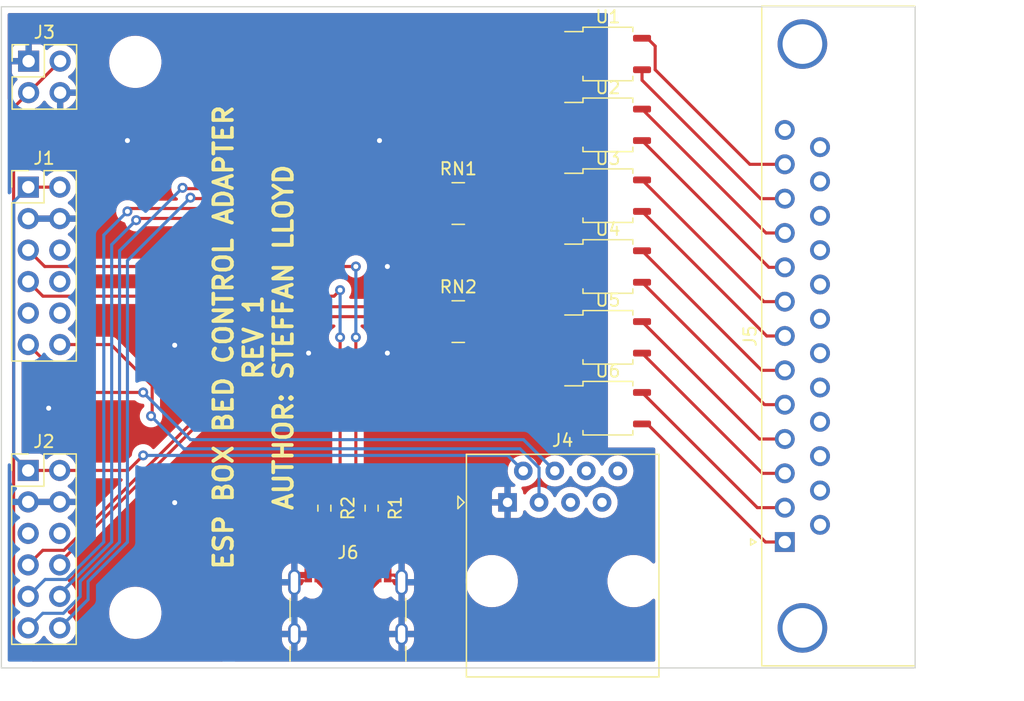
<source format=kicad_pcb>
(kicad_pcb (version 20211014) (generator pcbnew)
  (layers (0 "F.Cu" signal) (31 "B.Cu" signal) (34 "B.Paste" user) (35 "F.Paste" user) (36 "B.SilkS" user "B.Silkscreen") (37 "F.SilkS" user "F.Silkscreen") (38 "B.Mask" user) (39 "F.Mask" user) (44 "Edge.Cuts" user))
  (net 0 "")
  (net 1 "/G42")
  (net 2 "/G21")
  (net 3 "/G19")
  (net 4 "/G20")
  (net 5 "GND")
  (net 6 "/3V3")
  (net 7 "/G38")
  (net 8 "/G39")
  (net 9 "/G40")
  (net 10 "/G41")
  (net 11 "/G10")
  (net 12 "/G11")
  (net 13 "/G13")
  (net 14 "/G12")
  (net 15 "/G9")
  (net 16 "/G43")
  (net 17 "/G44")
  (net 18 "/G14")
  (net 19 "VCC")
  (net 24 "Net-(J6-PadA5)")
  (net 25 "Net-(J6-PadB5)")
  (net 26 "Net-(RN1-Pad5)")
  (net 27 "/DB11")
  (net 28 "/DB12")
  (net 29 "/DB9")
  (net 30 "/DB10")
  (net 31 "/DB7")
  (net 32 "/DB8")
  (net 33 "/DB5")
  (net 34 "/DB6")
  (net 35 "/DB3")
  (net 36 "/DB4")
  (net 37 "/DB1")
  (net 38 "/DB2")
  (net 52 "Net-(RN1-Pad6)")
  (net 53 "Net-(RN1-Pad7)")
  (net 54 "Net-(RN1-Pad8)")
  (net 59 "Net-(RN2-Pad7)")
  (net 60 "Net-(RN2-Pad8)")
  (footprint "Package_SO:SOP-4_3.8x4.1mm_P2.54mm" (layer "F.Cu") (at 148.59 122.555)
    (fp_text reference "U5" (at 0 -3) (layer "F.SilkS"))
    (fp_text value "CPC1017N")
    (fp_line (start -2.01 -2.16) (end -2.01 -1.805) (layer "F.SilkS") (width 0.12))
    (fp_line (start 2.01 2.16) (end 2.01 1.805) (layer "F.SilkS") (width 0.12))
    (fp_line (start 0 -2.16) (end -2.01 -2.16) (layer "F.SilkS") (width 0.12))
    (fp_line (start 0 -2.16) (end 2.01 -2.16) (layer "F.SilkS") (width 0.12))
    (fp_line (start -2.01 2.16) (end -2.01 1.805) (layer "F.SilkS") (width 0.12))
    (fp_line (start 2.01 -2.16) (end 2.01 -1.805) (layer "F.SilkS") (width 0.12))
    (fp_line (start -2.01 -1.805) (end -3.475 -1.805) (layer "F.SilkS") (width 0.12))
    (fp_line (start 0 2.16) (end -2.01 2.16) (layer "F.SilkS") (width 0.12))
    (fp_line (start 0 2.16) (end 2.01 2.16) (layer "F.SilkS") (width 0.12))
    (pad "1" smd roundrect (at -2.75 -1.27) (size 1.45 0.55) (layers "F.Cu" "F.Paste" "F.Mask") (net 60 "Net-(RN2-Pad8)"))
    (pad "2" smd roundrect (at -2.75 1.27) (size 1.45 0.55) (layers "F.Cu" "F.Paste" "F.Mask") (net 5 "GND"))
    (pad "3" smd roundrect (at 2.75 1.27) (size 1.45 0.55) (layers "F.Cu" "F.Paste" "F.Mask") (net 35 "/DB3"))
    (pad "4" smd roundrect (at 2.75 -1.27) (size 1.45 0.55) (layers "F.Cu" "F.Paste" "F.Mask") (net 36 "/DB4"))
  )
  (footprint "Package_SO:SOP-4_3.8x4.1mm_P2.54mm" (layer "F.Cu") (at 148.59 111.125)
    (fp_text reference "U3" (at 0 -3) (layer "F.SilkS"))
    (fp_text value "CPC1017N")
    (fp_line (start -2.01 -2.16) (end -2.01 -1.805) (layer "F.SilkS") (width 0.12))
    (fp_line (start 0 2.16) (end 2.01 2.16) (layer "F.SilkS") (width 0.12))
    (fp_line (start -2.01 -1.805) (end -3.475 -1.805) (layer "F.SilkS") (width 0.12))
    (fp_line (start 0 -2.16) (end -2.01 -2.16) (layer "F.SilkS") (width 0.12))
    (fp_line (start -2.01 2.16) (end -2.01 1.805) (layer "F.SilkS") (width 0.12))
    (fp_line (start 2.01 2.16) (end 2.01 1.805) (layer "F.SilkS") (width 0.12))
    (fp_line (start 0 -2.16) (end 2.01 -2.16) (layer "F.SilkS") (width 0.12))
    (fp_line (start 0 2.16) (end -2.01 2.16) (layer "F.SilkS") (width 0.12))
    (fp_line (start 2.01 -2.16) (end 2.01 -1.805) (layer "F.SilkS") (width 0.12))
    (pad "1" smd roundrect (at -2.75 -1.27) (size 1.45 0.55) (layers "F.Cu" "F.Paste" "F.Mask") (net 52 "Net-(RN1-Pad6)"))
    (pad "2" smd roundrect (at -2.75 1.27) (size 1.45 0.55) (layers "F.Cu" "F.Paste" "F.Mask") (net 5 "GND"))
    (pad "3" smd roundrect (at 2.75 1.27) (size 1.45 0.55) (layers "F.Cu" "F.Paste" "F.Mask") (net 31 "/DB7"))
    (pad "4" smd roundrect (at 2.75 -1.27) (size 1.45 0.55) (layers "F.Cu" "F.Paste" "F.Mask") (net 32 "/DB8"))
  )
  (footprint "Package_SO:SOP-4_3.8x4.1mm_P2.54mm" (layer "F.Cu") (at 148.59 116.84)
    (fp_text reference "U4" (at 0 -3) (layer "F.SilkS"))
    (fp_text value "CPC1017N")
    (fp_line (start -2.01 2.16) (end -2.01 1.805) (layer "F.SilkS") (width 0.12))
    (fp_line (start -2.01 -2.16) (end -2.01 -1.805) (layer "F.SilkS") (width 0.12))
    (fp_line (start 0 -2.16) (end -2.01 -2.16) (layer "F.SilkS") (width 0.12))
    (fp_line (start -2.01 -1.805) (end -3.475 -1.805) (layer "F.SilkS") (width 0.12))
    (fp_line (start 2.01 -2.16) (end 2.01 -1.805) (layer "F.SilkS") (width 0.12))
    (fp_line (start 0 2.16) (end -2.01 2.16) (layer "F.SilkS") (width 0.12))
    (fp_line (start 2.01 2.16) (end 2.01 1.805) (layer "F.SilkS") (width 0.12))
    (fp_line (start 0 2.16) (end 2.01 2.16) (layer "F.SilkS") (width 0.12))
    (fp_line (start 0 -2.16) (end 2.01 -2.16) (layer "F.SilkS") (width 0.12))
    (pad "1" smd roundrect (at -2.75 -1.27) (size 1.45 0.55) (layers "F.Cu" "F.Paste" "F.Mask") (net 26 "Net-(RN1-Pad5)"))
    (pad "2" smd roundrect (at -2.75 1.27) (size 1.45 0.55) (layers "F.Cu" "F.Paste" "F.Mask") (net 5 "GND"))
    (pad "3" smd roundrect (at 2.75 1.27) (size 1.45 0.55) (layers "F.Cu" "F.Paste" "F.Mask") (net 33 "/DB5"))
    (pad "4" smd roundrect (at 2.75 -1.27) (size 1.45 0.55) (layers "F.Cu" "F.Paste" "F.Mask") (net 34 "/DB6"))
  )
  (footprint "Connector_Dsub:DSUB-25_Male_Horizontal_P2.77x2.84mm_EdgePinOffset7.70mm_Housed_MountingHolesOffset9.12mm" (layer "F.Cu") (at 162.849669 139.065 90)
    (fp_text reference "J5" (at 16.62 -2.8 90) (layer "F.SilkS"))
    (fp_text value "DB25_Male")
    (fp_line (start -9.99 -1.86) (end 43.23 -1.86) (layer "F.SilkS") (width 0.12))
    (fp_line (start -9.99 10.48) (end -9.99 -1.86) (layer "F.SilkS") (width 0.12))
    (fp_line (start -0.25 -2.754338) (end 0.25 -2.754338) (layer "F.SilkS") (width 0.12))
    (fp_line (start 0 -2.321325) (end -0.25 -2.754338) (layer "F.SilkS") (width 0.12))
    (fp_line (start 43.23 -1.86) (end 43.23 10.48) (layer "F.SilkS") (width 0.12))
    (fp_line (start 0.25 -2.754338) (end 0 -2.321325) (layer "F.SilkS") (width 0.12))
    (pad "0" thru_hole circle (at -6.93 1.42 90) (size 4 4) (drill 3.2) (layers *.Cu *.Mask))
    (pad "0" thru_hole circle (at 40.17 1.42 90) (size 4 4) (drill 3.2) (layers *.Cu *.Mask))
    (pad "1" thru_hole rect (at 0 0 90) (size 1.6 1.6) (drill 1) (layers *.Cu *.Mask) (net 37 "/DB1"))
    (pad "2" thru_hole circle (at 2.77 0 90) (size 1.6 1.6) (drill 1) (layers *.Cu *.Mask) (net 38 "/DB2"))
    (pad "3" thru_hole circle (at 5.54 0 90) (size 1.6 1.6) (drill 1) (layers *.Cu *.Mask) (net 35 "/DB3"))
    (pad "4" thru_hole circle (at 8.31 0 90) (size 1.6 1.6) (drill 1) (layers *.Cu *.Mask) (net 36 "/DB4"))
    (pad "5" thru_hole circle (at 11.08 0 90) (size 1.6 1.6) (drill 1) (layers *.Cu *.Mask) (net 33 "/DB5"))
    (pad "6" thru_hole circle (at 13.85 0 90) (size 1.6 1.6) (drill 1) (layers *.Cu *.Mask) (net 34 "/DB6"))
    (pad "7" thru_hole circle (at 16.62 0 90) (size 1.6 1.6) (drill 1) (layers *.Cu *.Mask) (net 31 "/DB7"))
    (pad "8" thru_hole circle (at 19.39 0 90) (size 1.6 1.6) (drill 1) (layers *.Cu *.Mask) (net 32 "/DB8"))
    (pad "9" thru_hole circle (at 22.16 0 90) (size 1.6 1.6) (drill 1) (layers *.Cu *.Mask) (net 29 "/DB9"))
    (pad "10" thru_hole circle (at 24.93 0 90) (size 1.6 1.6) (drill 1) (layers *.Cu *.Mask) (net 30 "/DB10"))
    (pad "11" thru_hole circle (at 27.7 0 90) (size 1.6 1.6) (drill 1) (layers *.Cu *.Mask) (net 27 "/DB11"))
    (pad "12" thru_hole circle (at 30.47 0 90) (size 1.6 1.6) (drill 1) (layers *.Cu *.Mask) (net 28 "/DB12"))
    (pad "13" thru_hole circle (at 33.24 0 90) (size 1.6 1.6) (drill 1) (layers *.Cu *.Mask))
    (pad "14" thru_hole circle (at 1.385 2.84 90) (size 1.6 1.6) (drill 1) (layers *.Cu *.Mask))
    (pad "15" thru_hole circle (at 4.155 2.84 90) (size 1.6 1.6) (drill 1) (layers *.Cu *.Mask))
    (pad "16" thru_hole circle (at 6.925 2.84 90) (size 1.6 1.6) (drill 1) (layers *.Cu *.Mask))
    (pad "17" thru_hole circle (at 9.695 2.84 90) (size 1.6 1.6) (drill 1) (layers *.Cu *.Mask))
    (pad "18" thru_hole circle (at 12.465 2.84 90) (size 1.6 1.6) (drill 1) (layers *.Cu *.Mask))
    (pad "19" thru_hole circle (at 15.235 2.84 90) (size 1.6 1.6) (drill 1) (layers *.Cu *.Mask))
    (pad "20" thru_hole circle (at 18.005 2.84 90) (size 1.6 1.6) (drill 1) (layers *.Cu *.Mask))
    (pad "21" thru_hole circle (at 20.775 2.84 90) (size 1.6 1.6) (drill 1) (layers *.Cu *.Mask))
    (pad "22" thru_hole circle (at 23.545 2.84 90) (size 1.6 1.6) (drill 1) (layers *.Cu *.Mask))
    (pad "23" thru_hole circle (at 26.315 2.84 90) (size 1.6 1.6) (drill 1) (layers *.Cu *.Mask))
    (pad "24" thru_hole circle (at 29.085 2.84 90) (size 1.6 1.6) (drill 1) (layers *.Cu *.Mask))
    (pad "25" thru_hole circle (at 31.855 2.84 90) (size 1.6 1.6) (drill 1) (layers *.Cu *.Mask))
  )
  (footprint "Connector_RJ:RJ45_Amphenol_54602-x08_Horizontal" (layer "F.Cu") (at 140.4975 135.87)
    (fp_text reference "J4" (at 4.445 -5) (layer "F.SilkS"))
    (fp_text value "ACCEL")
    (fp_line (start -3.315 -3.88) (end -3.315 14.08) (layer "F.SilkS") (width 0.12))
    (fp_line (start 12.205 -3.88) (end 12.205 14.08) (layer "F.SilkS") (width 0.12))
    (fp_line (start -4 0.5) (end -3.5 0) (layer "F.SilkS") (width 0.12))
    (fp_line (start 12.205 -3.88) (end -3.315 -3.88) (layer "F.SilkS") (width 0.12))
    (fp_line (start -3.315 14.08) (end 12.205 14.08) (layer "F.SilkS") (width 0.12))
    (fp_line (start -3.5 0) (end -4 -0.5) (layer "F.SilkS") (width 0.12))
    (fp_line (start -4 -0.5) (end -4 0.5) (layer "F.SilkS") (width 0.12))
    (pad "" np_thru_hole circle (at 10.16 6.35) (size 3.2 3.2) (drill 3.2) (layers *.Cu *.Mask))
    (pad "" np_thru_hole circle (at -1.27 6.35) (size 3.2 3.2) (drill 3.2) (layers *.Cu *.Mask))
    (pad "1" thru_hole rect (at 0 0) (size 1.5 1.5) (drill 0.76) (layers *.Cu *.Mask) (net 5 "GND"))
    (pad "2" thru_hole circle (at 1.27 -2.54) (size 1.5 1.5) (drill 0.76) (layers *.Cu *.Mask) (net 6 "/3V3"))
    (pad "3" thru_hole circle (at 2.54 0) (size 1.5 1.5) (drill 0.76) (layers *.Cu *.Mask) (net 7 "/G38"))
    (pad "4" thru_hole circle (at 3.81 -2.54) (size 1.5 1.5) (drill 0.76) (layers *.Cu *.Mask) (net 1 "/G42"))
    (pad "5" thru_hole circle (at 5.08 0) (size 1.5 1.5) (drill 0.76) (layers *.Cu *.Mask))
    (pad "6" thru_hole circle (at 6.35 -2.54) (size 1.5 1.5) (drill 0.76) (layers *.Cu *.Mask))
    (pad "7" thru_hole circle (at 7.62 0) (size 1.5 1.5) (drill 0.76) (layers *.Cu *.Mask))
    (pad "8" thru_hole circle (at 8.89 -2.54) (size 1.5 1.5) (drill 0.76) (layers *.Cu *.Mask))
  )
  (footprint "MountingHole:MountingHole_3.2mm_M3" (layer "F.Cu") (at 110.49 144.78)
    (fp_text reference "REF**" hide)
    (fp_text value "MountingHole_3.2mm_M3")
    (pad "" np_thru_hole circle (at 0 0) (size 3.2 3.2) (drill 3.2) (layers *.Cu *.Mask))
  )
  (footprint "Resistor_SMD:R_0603_1608Metric" (layer "F.Cu") (at 129.54 136.335 90)
    (fp_text reference "R1" (at 0 1.905 90) (layer "F.SilkS"))
    (fp_text value "5.1k")
    (fp_line (start -0.237258 0.5225) (end 0.237258 0.5225) (layer "F.SilkS") (width 0.12))
    (fp_line (start -0.237258 -0.5225) (end 0.237258 -0.5225) (layer "F.SilkS") (width 0.12))
    (pad "1" smd roundrect (at -0.825 0 90) (size 0.8 0.95) (layers "F.Cu" "F.Paste" "F.Mask") (net 25 "Net-(J6-PadB5)"))
    (pad "2" smd roundrect (at 0.825 0 90) (size 0.8 0.95) (layers "F.Cu" "F.Paste" "F.Mask") (net 5 "GND"))
  )
  (footprint "Package_SO:SOP-4_3.8x4.1mm_P2.54mm" (layer "F.Cu") (at 148.59 128.27)
    (fp_text reference "U6" (at 0 -3) (layer "F.SilkS"))
    (fp_text value "CPC1017N")
    (fp_line (start 2.01 -2.16) (end 2.01 -1.805) (layer "F.SilkS") (width 0.12))
    (fp_line (start 0 2.16) (end -2.01 2.16) (layer "F.SilkS") (width 0.12))
    (fp_line (start -2.01 2.16) (end -2.01 1.805) (layer "F.SilkS") (width 0.12))
    (fp_line (start 2.01 2.16) (end 2.01 1.805) (layer "F.SilkS") (width 0.12))
    (fp_line (start 0 -2.16) (end -2.01 -2.16) (layer "F.SilkS") (width 0.12))
    (fp_line (start 0 -2.16) (end 2.01 -2.16) (layer "F.SilkS") (width 0.12))
    (fp_line (start -2.01 -2.16) (end -2.01 -1.805) (layer "F.SilkS") (width 0.12))
    (fp_line (start -2.01 -1.805) (end -3.475 -1.805) (layer "F.SilkS") (width 0.12))
    (fp_line (start 0 2.16) (end 2.01 2.16) (layer "F.SilkS") (width 0.12))
    (pad "1" smd roundrect (at -2.75 -1.27) (size 1.45 0.55) (layers "F.Cu" "F.Paste" "F.Mask") (net 59 "Net-(RN2-Pad7)"))
    (pad "2" smd roundrect (at -2.75 1.27) (size 1.45 0.55) (layers "F.Cu" "F.Paste" "F.Mask") (net 5 "GND"))
    (pad "3" smd roundrect (at 2.75 1.27) (size 1.45 0.55) (layers "F.Cu" "F.Paste" "F.Mask") (net 37 "/DB1"))
    (pad "4" smd roundrect (at 2.75 -1.27) (size 1.45 0.55) (layers "F.Cu" "F.Paste" "F.Mask") (net 38 "/DB2"))
  )
  (footprint "Resistor_SMD:R_0603_1608Metric" (layer "F.Cu") (at 125.732268 136.335 90)
    (fp_text reference "R2" (at 0 1.902732 90) (layer "F.SilkS"))
    (fp_text value "5.1k")
    (fp_line (start -0.237258 -0.5225) (end 0.237258 -0.5225) (layer "F.SilkS") (width 0.12))
    (fp_line (start -0.237258 0.5225) (end 0.237258 0.5225) (layer "F.SilkS") (width 0.12))
    (pad "1" smd roundrect (at -0.825 0 90) (size 0.8 0.95) (layers "F.Cu" "F.Paste" "F.Mask") (net 24 "Net-(J6-PadA5)"))
    (pad "2" smd roundrect (at 0.825 0 90) (size 0.8 0.95) (layers "F.Cu" "F.Paste" "F.Mask") (net 5 "GND"))
  )
  (footprint "Connector_PinHeader_2.54mm:PinHeader_2x06_P2.54mm_Vertical" (layer "F.Cu") (at 101.854982 133.291551)
    (fp_text reference "J2" (at 1.27 -2.33) (layer "F.SilkS"))
    (fp_text value "PMOD2")
    (fp_line (start -1.33 1.27) (end 1.27 1.27) (layer "F.SilkS") (width 0.12))
    (fp_line (start 1.27 1.27) (end 1.27 -1.33) (layer "F.SilkS") (width 0.12))
    (fp_line (start -1.33 0) (end -1.33 -1.33) (layer "F.SilkS") (width 0.12))
    (fp_line (start 1.27 -1.33) (end 3.87 -1.33) (layer "F.SilkS") (width 0.12))
    (fp_line (start -1.33 1.27) (end -1.33 14.03) (layer "F.SilkS") (width 0.12))
    (fp_line (start -1.33 14.03) (end 3.87 14.03) (layer "F.SilkS") (width 0.12))
    (fp_line (start -1.33 -1.33) (end 0 -1.33) (layer "F.SilkS") (width 0.12))
    (fp_line (start 3.87 -1.33) (end 3.87 14.03) (layer "F.SilkS") (width 0.12))
    (pad "1" thru_hole rect (at 0 0) (size 1.7 1.7) (drill 1) (layers *.Cu *.Mask) (net 6 "/3V3"))
    (pad "2" thru_hole oval (at 2.54 0) (size 1.7 1.7) (drill 1) (layers *.Cu *.Mask) (net 6 "/3V3"))
    (pad "3" thru_hole oval (at 0 2.54) (size 1.7 1.7) (drill 1) (layers *.Cu *.Mask) (net 5 "GND"))
    (pad "4" thru_hole oval (at 2.54 2.54) (size 1.7 1.7) (drill 1) (layers *.Cu *.Mask) (net 5 "GND"))
    (pad "5" thru_hole oval (at 0 5.08) (size 1.7 1.7) (drill 1) (layers *.Cu *.Mask) (net 14 "/G12"))
    (pad "6" thru_hole oval (at 2.54 5.08) (size 1.7 1.7) (drill 1) (layers *.Cu *.Mask) (net 18 "/G14"))
    (pad "7" thru_hole oval (at 0 7.62) (size 1.7 1.7) (drill 1) (layers *.Cu *.Mask) (net 13 "/G13"))
    (pad "8" thru_hole oval (at 2.54 7.62) (size 1.7 1.7) (drill 1) (layers *.Cu *.Mask) (net 17 "/G44"))
    (pad "9" thru_hole oval (at 0 10.16) (size 1.7 1.7) (drill 1) (layers *.Cu *.Mask) (net 12 "/G11"))
    (pad "10" thru_hole oval (at 2.54 10.16) (size 1.7 1.7) (drill 1) (layers *.Cu *.Mask) (net 16 "/G43"))
    (pad "11" thru_hole oval (at 0 12.7) (size 1.7 1.7) (drill 1) (layers *.Cu *.Mask) (net 11 "/G10"))
    (pad "12" thru_hole oval (at 2.54 12.7) (size 1.7 1.7) (drill 1) (layers *.Cu *.Mask) (net 15 "/G9"))
  )
  (footprint "Connector_PinHeader_2.54mm:PinHeader_2x02_P2.54mm_Vertical" (layer "F.Cu") (at 101.889759 100.275)
    (fp_text reference "J3" (at 1.27 -2.33) (layer "F.SilkS"))
    (fp_text value "5V INPUT")
    (fp_line (start -1.33 3.87) (end 3.87 3.87) (layer "F.SilkS") (width 0.12))
    (fp_line (start -1.33 0) (end -1.33 -1.33) (layer "F.SilkS") (width 0.12))
    (fp_line (start 3.87 -1.33) (end 3.87 3.87) (layer "F.SilkS") (width 0.12))
    (fp_line (start -1.33 1.27) (end 1.27 1.27) (layer "F.SilkS") (width 0.12))
    (fp_line (start 1.27 1.27) (end 1.27 -1.33) (layer "F.SilkS") (width 0.12))
    (fp_line (start -1.33 1.27) (end -1.33 3.87) (layer "F.SilkS") (width 0.12))
    (fp_line (start -1.33 -1.33) (end 0 -1.33) (layer "F.SilkS") (width 0.12))
    (fp_line (start 1.27 -1.33) (end 3.87 -1.33) (layer "F.SilkS") (width 0.12))
    (pad "1" thru_hole rect (at 0 0) (size 1.7 1.7) (drill 1) (layers *.Cu *.Mask) (net 5 "GND"))
    (pad "2" thru_hole oval (at 2.54 0) (size 1.7 1.7) (drill 1) (layers *.Cu *.Mask) (net 19 "VCC"))
    (pad "3" thru_hole oval (at 0 2.54) (size 1.7 1.7) (drill 1) (layers *.Cu *.Mask) (net 19 "VCC"))
    (pad "4" thru_hole oval (at 2.54 2.54) (size 1.7 1.7) (drill 1) (layers *.Cu *.Mask) (net 5 "GND"))
  )
  (footprint "Connector_USB:USB_C_Receptacle_GCT_USB4105-xx-A_16P_TopMnt_Horizontal" (layer "F.Cu") (at 127.635 145.415)
    (fp_text reference "J6" (at 0 -5.5 unlocked) (layer "F.SilkS"))
    (fp_text value "USB_C_Receptacle_USB2.0")
    (fp_line (start -4.67 0) (end -4.67 -1.8) (layer "F.SilkS") (width 0.12))
    (fp_line (start 4.67 0) (end 4.67 -1.8) (layer "F.SilkS") (width 0.12))
    (fp_line (start 4.67 2.1) (end 4.67 3.25) (layer "F.SilkS") (width 0.12))
    (fp_line (start -4.67 2.1) (end -4.67 3.25) (layer "F.SilkS") (width 0.12))
    (pad "" np_thru_hole circle (at -2.89 -2.605) (size 0.65 0.65) (drill 0.65) (layers F&B.Cu *.Mask))
    (pad "" np_thru_hole circle (at 2.89 -2.605) (size 0.65 0.65) (drill 0.65) (layers F&B.Cu *.Mask))
    (pad "A1" smd rect (at -3.2 -3.68) (size 0.6 1.15) (layers "F.Cu" "F.Paste" "F.Mask") (net 5 "GND"))
    (pad "A4" smd rect (at -2.4 -3.68) (size 0.6 1.15) (layers "F.Cu" "F.Paste" "F.Mask") (net 19 "VCC"))
    (pad "A5" smd rect (at -1.25 -3.68) (size 0.3 1.15) (layers "F.Cu" "F.Paste" "F.Mask") (net 24 "Net-(J6-PadA5)"))
    (pad "A6" smd rect (at -0.25 -3.68) (size 0.3 1.15) (layers "F.Cu" "F.Paste" "F.Mask") (net 4 "/G20"))
    (pad "A7" smd rect (at 0.25 -3.68) (size 0.3 1.15) (layers "F.Cu" "F.Paste" "F.Mask") (net 3 "/G19"))
    (pad "A8" smd rect (at 1.25 -3.68) (size 0.3 1.15) (layers "F.Cu" "F.Paste" "F.Mask"))
    (pad "A9" smd rect (at 2.4 -3.68) (size 0.6 1.15) (layers "F.Cu" "F.Paste" "F.Mask") (net 19 "VCC"))
    (pad "A12" smd rect (at 3.2 -3.68) (size 0.6 1.15) (layers "F.Cu" "F.Paste" "F.Mask") (net 5 "GND"))
    (pad "B1" smd rect (at 3.2 -3.68) (size 0.6 1.15) (layers "F.Cu" "F.Paste" "F.Mask") (net 5 "GND"))
    (pad "B4" smd rect (at 2.4 -3.68) (size 0.6 1.15) (layers "F.Cu" "F.Paste" "F.Mask") (net 19 "VCC"))
    (pad "B5" smd rect (at 1.75 -3.68) (size 0.3 1.15) (layers "F.Cu" "F.Paste" "F.Mask") (net 25 "Net-(J6-PadB5)"))
    (pad "B6" smd rect (at 0.75 -3.68) (size 0.3 1.15) (layers "F.Cu" "F.Paste" "F.Mask") (net 4 "/G20"))
    (pad "B7" smd rect (at -0.75 -3.68) (size 0.3 1.15) (layers "F.Cu" "F.Paste" "F.Mask") (net 3 "/G19"))
    (pad "B8" smd rect (at -1.75 -3.68) (size 0.3 1.15) (layers "F.Cu" "F.Paste" "F.Mask"))
    (pad "B9" smd rect (at -2.4 -3.68) (size 0.6 1.15) (layers "F.Cu" "F.Paste" "F.Mask") (net 19 "VCC"))
    (pad "B12" smd rect (at -3.2 -3.68) (size 0.6 1.15) (layers "F.Cu" "F.Paste" "F.Mask") (net 5 "GND"))
    (pad "S1" thru_hole oval (at 4.32 1.075) (size 1 1.8) (drill oval 0.6 1.4) (layers *.Cu *.Mask) (net 5 "GND"))
    (pad "S1" thru_hole oval (at 4.32 -3.105) (size 1 2.1) (drill oval 0.6 1.7) (layers *.Cu *.Mask) (net 5 "GND"))
    (pad "S1" thru_hole oval (at -4.32 -3.105) (size 1 2.1) (drill oval 0.6 1.7) (layers *.Cu *.Mask) (net 5 "GND"))
    (pad "S1" thru_hole oval (at -4.32 1.075) (size 1 1.8) (drill oval 0.6 1.4) (layers *.Cu *.Mask) (net 5 "GND"))
  )
  (footprint "Connector_PinHeader_2.54mm:PinHeader_2x06_P2.54mm_Vertical" (layer "F.Cu") (at 101.863401 110.436838)
    (fp_text reference "J1" (at 1.27 -2.33) (layer "F.SilkS"))
    (fp_text value "PMOD1")
    (fp_line (start -1.33 -1.33) (end 0 -1.33) (layer "F.SilkS") (width 0.12))
    (fp_line (start 1.27 -1.33) (end 3.87 -1.33) (layer "F.SilkS") (width 0.12))
    (fp_line (start -1.33 1.27) (end 1.27 1.27) (layer "F.SilkS") (width 0.12))
    (fp_line (start -1.33 14.03) (end 3.87 14.03) (layer "F.SilkS") (width 0.12))
    (fp_line (start 1.27 1.27) (end 1.27 -1.33) (layer "F.SilkS") (width 0.12))
    (fp_line (start -1.33 1.27) (end -1.33 14.03) (layer "F.SilkS") (width 0.12))
    (fp_line (start 3.87 -1.33) (end 3.87 14.03) (layer "F.SilkS") (width 0.12))
    (fp_line (start -1.33 0) (end -1.33 -1.33) (layer "F.SilkS") (width 0.12))
    (pad "1" thru_hole rect (at 0 0) (size 1.7 1.7) (drill 1) (layers *.Cu *.Mask) (net 6 "/3V3"))
    (pad "2" thru_hole oval (at 2.54 0) (size 1.7 1.7) (drill 1) (layers *.Cu *.Mask) (net 6 "/3V3"))
    (pad "3" thru_hole oval (at 0 2.54) (size 1.7 1.7) (drill 1) (layers *.Cu *.Mask) (net 5 "GND"))
    (pad "4" thru_hole oval (at 2.54 2.54) (size 1.7 1.7) (drill 1) (layers *.Cu *.Mask) (net 5 "GND"))
    (pad "5" thru_hole oval (at 0 5.08) (size 1.7 1.7) (drill 1) (layers *.Cu *.Mask) (net 4 "/G20"))
    (pad "6" thru_hole oval (at 2.54 5.08) (size 1.7 1.7) (drill 1) (layers *.Cu *.Mask) (net 10 "/G41"))
    (pad "7" thru_hole oval (at 0 7.62) (size 1.7 1.7) (drill 1) (layers *.Cu *.Mask) (net 3 "/G19"))
    (pad "8" thru_hole oval (at 2.54 7.62) (size 1.7 1.7) (drill 1) (layers *.Cu *.Mask) (net 9 "/G40"))
    (pad "9" thru_hole oval (at 0 10.16) (size 1.7 1.7) (drill 1) (layers *.Cu *.Mask) (net 2 "/G21"))
    (pad "10" thru_hole oval (at 2.54 10.16) (size 1.7 1.7) (drill 1) (layers *.Cu *.Mask) (net 8 "/G39"))
    (pad "11" thru_hole oval (at 0 12.7) (size 1.7 1.7) (drill 1) (layers *.Cu *.Mask) (net 1 "/G42"))
    (pad "12" thru_hole oval (at 2.54 12.7) (size 1.7 1.7) (drill 1) (layers *.Cu *.Mask) (net 7 "/G38"))
  )
  (footprint "MountingHole:MountingHole_3.2mm_M3" (layer "F.Cu") (at 156.845 145.415)
    (fp_text reference "REF**" hide)
    (fp_text value "MountingHole_3.2mm_M3")
    (pad "" np_thru_hole circle (at 0 0) (size 3.2 3.2) (drill 3.2) (layers *.Cu *.Mask))
  )
  (footprint "Package_SO:SOP-4_3.8x4.1mm_P2.54mm" (layer "F.Cu") (at 148.59 105.41)
    (fp_text reference "U2" (at 0 -3) (layer "F.SilkS"))
    (fp_text value "CPC1017N")
    (fp_line (start -2.01 -1.805) (end -3.475 -1.805) (layer "F.SilkS") (width 0.12))
    (fp_line (start 0 -2.16) (end 2.01 -2.16) (layer "F.SilkS") (width 0.12))
    (fp_line (start 2.01 -2.16) (end 2.01 -1.805) (layer "F.SilkS") (width 0.12))
    (fp_line (start 2.01 2.16) (end 2.01 1.805) (layer "F.SilkS") (width 0.12))
    (fp_line (start -2.01 -2.16) (end -2.01 -1.805) (layer "F.SilkS") (width 0.12))
    (fp_line (start -2.01 2.16) (end -2.01 1.805) (layer "F.SilkS") (width 0.12))
    (fp_line (start 0 -2.16) (end -2.01 -2.16) (layer "F.SilkS") (width 0.12))
    (fp_line (start 0 2.16) (end 2.01 2.16) (layer "F.SilkS") (width 0.12))
    (fp_line (start 0 2.16) (end -2.01 2.16) (layer "F.SilkS") (width 0.12))
    (pad "1" smd roundrect (at -2.75 -1.27) (size 1.45 0.55) (layers "F.Cu" "F.Paste" "F.Mask") (net 53 "Net-(RN1-Pad7)"))
    (pad "2" smd roundrect (at -2.75 1.27) (size 1.45 0.55) (layers "F.Cu" "F.Paste" "F.Mask") (net 5 "GND"))
    (pad "3" smd roundrect (at 2.75 1.27) (size 1.45 0.55) (layers "F.Cu" "F.Paste" "F.Mask") (net 29 "/DB9"))
    (pad "4" smd roundrect (at 2.75 -1.27) (size 1.45 0.55) (layers "F.Cu" "F.Paste" "F.Mask") (net 30 "/DB10"))
  )
  (footprint "Resistor_SMD:R_Array_Convex_4x0603" (layer "F.Cu") (at 136.525 121.285)
    (fp_text reference "RN2" (at 0 -2.8) (layer "F.SilkS"))
    (fp_text value "560")
    (fp_line (start 0.5 1.68) (end -0.5 1.68) (layer "F.SilkS") (width 0.12))
    (fp_line (start 0.5 -1.68) (end -0.5 -1.68) (layer "F.SilkS") (width 0.12))
    (pad "1" smd rect (at -0.9 -1.2) (size 0.8 0.5) (layers "F.Cu" "F.Paste" "F.Mask") (net 13 "/G13"))
    (pad "2" smd rect (at -0.9 -0.4) (size 0.8 0.4) (layers "F.Cu" "F.Paste" "F.Mask") (net 17 "/G44"))
    (pad "3" smd rect (at -0.9 0.4) (size 0.8 0.4) (layers "F.Cu" "F.Paste" "F.Mask"))
    (pad "4" smd rect (at -0.9 1.2) (size 0.8 0.5) (layers "F.Cu" "F.Paste" "F.Mask"))
    (pad "5" smd rect (at 0.9 1.2) (size 0.8 0.5) (layers "F.Cu" "F.Paste" "F.Mask"))
    (pad "6" smd rect (at 0.9 0.4) (size 0.8 0.4) (layers "F.Cu" "F.Paste" "F.Mask"))
    (pad "7" smd rect (at 0.9 -0.4) (size 0.8 0.4) (layers "F.Cu" "F.Paste" "F.Mask") (net 59 "Net-(RN2-Pad7)"))
    (pad "8" smd rect (at 0.9 -1.2) (size 0.8 0.5) (layers "F.Cu" "F.Paste" "F.Mask") (net 60 "Net-(RN2-Pad8)"))
  )
  (footprint "MountingHole:MountingHole_3.2mm_M3" (layer "F.Cu") (at 156.845 99.695)
    (fp_text reference "REF**" hide)
    (fp_text value "MountingHole_3.2mm_M3")
    (pad "" np_thru_hole circle (at 0 0) (size 3.2 3.2) (drill 3.2) (layers *.Cu *.Mask))
  )
  (footprint "Resistor_SMD:R_Array_Convex_4x0603" (layer "F.Cu") (at 136.525 111.76)
    (fp_text reference "RN1" (at 0 -2.8) (layer "F.SilkS"))
    (fp_text value "560")
    (fp_line (start 0.5 -1.68) (end -0.5 -1.68) (layer "F.SilkS") (width 0.12))
    (fp_line (start 0.5 1.68) (end -0.5 1.68) (layer "F.SilkS") (width 0.12))
    (pad "1" smd rect (at -0.9 -1.2) (size 0.8 0.5) (layers "F.Cu" "F.Paste" "F.Mask") (net 11 "/G10"))
    (pad "2" smd rect (at -0.9 -0.4) (size 0.8 0.4) (layers "F.Cu" "F.Paste" "F.Mask") (net 15 "/G9"))
    (pad "3" smd rect (at -0.9 0.4) (size 0.8 0.4) (layers "F.Cu" "F.Paste" "F.Mask") (net 12 "/G11"))
    (pad "4" smd rect (at -0.9 1.2) (size 0.8 0.5) (layers "F.Cu" "F.Paste" "F.Mask") (net 16 "/G43"))
    (pad "5" smd rect (at 0.9 1.2) (size 0.8 0.5) (layers "F.Cu" "F.Paste" "F.Mask") (net 26 "Net-(RN1-Pad5)"))
    (pad "6" smd rect (at 0.9 0.4) (size 0.8 0.4) (layers "F.Cu" "F.Paste" "F.Mask") (net 52 "Net-(RN1-Pad6)"))
    (pad "7" smd rect (at 0.9 -0.4) (size 0.8 0.4) (layers "F.Cu" "F.Paste" "F.Mask") (net 53 "Net-(RN1-Pad7)"))
    (pad "8" smd rect (at 0.9 -1.2) (size 0.8 0.5) (layers "F.Cu" "F.Paste" "F.Mask") (net 54 "Net-(RN1-Pad8)"))
  )
  (footprint "Package_SO:SOP-4_3.8x4.1mm_P2.54mm" (layer "F.Cu") (at 148.59 99.695)
    (fp_text reference "U1" (at 0 -3) (layer "F.SilkS"))
    (fp_text value "CPC1017N")
    (fp_line (start 0 -2.16) (end 2.01 -2.16) (layer "F.SilkS") (width 0.12))
    (fp_line (start -2.01 -2.16) (end -2.01 -1.805) (layer "F.SilkS") (width 0.12))
    (fp_line (start 2.01 -2.16) (end 2.01 -1.805) (layer "F.SilkS") (width 0.12))
    (fp_line (start 2.01 2.16) (end 2.01 1.805) (layer "F.SilkS") (width 0.12))
    (fp_line (start 0 -2.16) (end -2.01 -2.16) (layer "F.SilkS") (width 0.12))
    (fp_line (start 0 2.16) (end 2.01 2.16) (layer "F.SilkS") (width 0.12))
    (fp_line (start -2.01 2.16) (end -2.01 1.805) (layer "F.SilkS") (width 0.12))
    (fp_line (start 0 2.16) (end -2.01 2.16) (layer "F.SilkS") (width 0.12))
    (fp_line (start -2.01 -1.805) (end -3.475 -1.805) (layer "F.SilkS") (width 0.12))
    (pad "1" smd roundrect (at -2.75 -1.27) (size 1.45 0.55) (layers "F.Cu" "F.Paste" "F.Mask") (net 54 "Net-(RN1-Pad8)"))
    (pad "2" smd roundrect (at -2.75 1.27) (size 1.45 0.55) (layers "F.Cu" "F.Paste" "F.Mask") (net 5 "GND"))
    (pad "3" smd roundrect (at 2.75 1.27) (size 1.45 0.55) (layers "F.Cu" "F.Paste" "F.Mask") (net 27 "/DB11"))
    (pad "4" smd roundrect (at 2.75 -1.27) (size 1.45 0.55) (layers "F.Cu" "F.Paste" "F.Mask") (net 28 "/DB12"))
  )
  (footprint "MountingHole:MountingHole_3.2mm_M3" (layer "F.Cu") (at 110.49 100.33)
    (fp_text reference "REF**" hide)
    (fp_text value "MountingHole_3.2mm_M3")
    (pad "" np_thru_hole circle (at 0 0) (size 3.2 3.2) (drill 3.2) (layers *.Cu *.Mask))
  )
  (gr_line (start 173.355 95.885) (end 99.695 95.885) (layer "Edge.Cuts") (width 0.1))
  (gr_line (start 99.695 95.885) (end 99.695 149.225) (layer "Edge.Cuts") (width 0.1))
  (gr_line (start 99.695 149.225) (end 173.355 149.225) (layer "Edge.Cuts") (width 0.1))
  (gr_line (start 173.355 149.225) (end 173.355 95.885) (layer "Edge.Cuts") (width 0.1))
  (gr_text "ESP BOX BED CONTROL ADAPTER\nREV 1\nAUTHOR: STEFFAN LLOYD" (at 120.015 122.555 90) (layer "F.SilkS") (effects (font (size 1.5 1.5) (thickness 0.3))))
  (segment (start 105.726563 127) (end 101.863401 123.136838) (width 0.25) (layer "F.Cu") (net 1))
  (segment (start 111.125 127) (end 105.726563 127) (width 0.25) (layer "F.Cu") (net 1))
  (via (at 111.125 127) (size 0.8) (drill 0.4) (layers "F.Cu" "B.Cu") (net 1))
  (segment (start 141.786802 130.809302) (end 144.3075 133.33) (width 0.25) (layer "B.Cu") (net 1))
  (segment (start 111.125 127) (end 114.934302 130.809302) (width 0.25) (layer "B.Cu") (net 1))
  (segment (start 114.934302 130.809302) (end 141.786802 130.809302) (width 0.25) (layer "B.Cu") (net 1))
  (segment (start 127.15 142.875) (end 127.635 142.875) (width 0.25) (layer "F.Cu") (net 3))
  (segment (start 127.885 142.625) (end 127.885 141.735) (width 0.25) (layer "F.Cu") (net 3))
  (segment (start 126.885 141.735) (end 126.885 142.61) (width 0.25) (layer "F.Cu") (net 3))
  (segment (start 126.885 134.505) (end 127 134.39) (width 0.25) (layer "F.Cu") (net 3))
  (segment (start 127.635 142.875) (end 127.885 142.625) (width 0.25) (layer "F.Cu") (net 3))
  (segment (start 126.885 134.505) (end 126.885 141.735) (width 0.25) (layer "F.Cu") (net 3))
  (segment (start 127 118.745) (end 126.513162 119.231838) (width 0.25) (layer "F.Cu") (net 3))
  (segment (start 126.513162 119.231838) (end 103.038401 119.231838) (width 0.25) (layer "F.Cu") (net 3))
  (segment (start 103.038401 119.231838) (end 101.863401 118.056838) (width 0.25) (layer "F.Cu") (net 3))
  (segment (start 126.885 142.61) (end 127.15 142.875) (width 0.25) (layer "F.Cu") (net 3))
  (segment (start 127 134.39) (end 127 122.555) (width 0.25) (layer "F.Cu") (net 3))
  (via (at 127 118.745) (size 0.8) (drill 0.4) (layers "F.Cu" "B.Cu") (net 3))
  (via (at 127 122.555) (size 0.8) (drill 0.4) (layers "F.Cu" "B.Cu") (net 3))
  (segment (start 127 122.555) (end 127 118.745) (width 0.25) (layer "B.Cu") (net 3))
  (segment (start 101.863401 115.516838) (end 103.186563 116.84) (width 0.25) (layer "F.Cu") (net 4))
  (segment (start 127.77 134.755) (end 127.77 140.835) (width 0.25) (layer "F.Cu") (net 4))
  (segment (start 103.186563 116.84) (end 128.27 116.84) (width 0.25) (layer "F.Cu") (net 4))
  (segment (start 128.385 140.995) (end 128.385 141.735) (width 0.25) (layer "F.Cu") (net 4))
  (segment (start 128.225 140.835) (end 128.385 140.995) (width 0.25) (layer "F.Cu") (net 4))
  (segment (start 127.41 140.835) (end 127.77 140.835) (width 0.25) (layer "F.Cu") (net 4))
  (segment (start 127.385 140.86) (end 127.41 140.835) (width 0.25) (layer "F.Cu") (net 4))
  (segment (start 127.77 140.835) (end 128.225 140.835) (width 0.25) (layer "F.Cu") (net 4))
  (segment (start 128.27 122.555) (end 128.27 134.255) (width 0.25) (layer "F.Cu") (net 4))
  (segment (start 127.385 141.735) (end 127.385 140.86) (width 0.25) (layer "F.Cu") (net 4))
  (segment (start 128.27 134.255) (end 127.77 134.755) (width 0.25) (layer "F.Cu") (net 4))
  (via (at 128.27 116.84) (size 0.8) (drill 0.4) (layers "F.Cu" "B.Cu") (net 4))
  (via (at 128.27 122.555) (size 0.8) (drill 0.4) (layers "F.Cu" "B.Cu") (net 4))
  (segment (start 128.27 116.84) (end 128.27 122.555) (width 0.25) (layer "B.Cu") (net 4))
  (segment (start 123.89 141.735) (end 123.315 142.31) (width 0.25) (layer "F.Cu") (net 5))
  (segment (start 101.863401 112.976838) (end 104.403401 112.976838) (width 0.25) (layer "F.Cu") (net 5))
  (segment (start 124.435 141.735) (end 123.89 141.735) (width 0.25) (layer "F.Cu") (net 5))
  (segment (start 130.835 141.735) (end 131.38 141.735) (width 0.25) (layer "F.Cu") (net 5))
  (segment (start 131.38 141.735) (end 131.955 142.31) (width 0.25) (layer "F.Cu") (net 5))
  (segment (start 101.854982 135.831551) (end 104.394982 135.831551) (width 0.25) (layer "F.Cu") (net 5))
  (via (at 113.665 123.19) (size 0.8) (drill 0.4) (layers "F.Cu" "B.Cu") (net 5))
  (via (at 113.665 135.89) (size 0.8) (drill 0.4) (layers "F.Cu" "B.Cu") (net 5))
  (via (at 130.81 116.84) (size 0.8) (drill 0.4) (layers "F.Cu" "B.Cu") (net 5))
  (via (at 130.175 106.68) (size 0.8) (drill 0.4) (layers "F.Cu" "B.Cu") (net 5))
  (via (at 124.46 123.825) (size 0.8) (drill 0.4) (layers "F.Cu" "B.Cu") (net 5))
  (via (at 130.81 123.825) (size 0.8) (drill 0.4) (layers "F.Cu" "B.Cu") (net 5))
  (via (at 109.855 106.68) (size 0.8) (drill 0.4) (layers "F.Cu" "B.Cu") (net 5))
  (via (at 103.505 128.27) (size 0.8) (drill 0.4) (layers "F.Cu" "B.Cu") (net 5))
  (segment (start 109.913449 133.291551) (end 104.394982 133.291551) (width 0.25) (layer "F.Cu") (net 6))
  (segment (start 111.125 132.08) (end 109.913449 133.291551) (width 0.25) (layer "F.Cu") (net 6))
  (segment (start 101.863401 110.436838) (end 104.403401 110.436838) (width 0.25) (layer "F.Cu") (net 6))
  (segment (start 101.854982 133.291551) (end 104.394982 133.291551) (width 0.25) (layer "F.Cu") (net 6))
  (via (at 111.125 132.08) (size 0.8) (drill 0.4) (layers "F.Cu" "B.Cu") (net 6))
  (segment (start 140.5175 132.08) (end 141.7675 133.33) (width 0.25) (layer "B.Cu") (net 6))
  (segment (start 111.125 132.08) (end 140.5175 132.08) (width 0.25) (layer "B.Cu") (net 6))
  (segment (start 100.688401 111.611838) (end 100.688401 132.12497) (width 0.25) (layer "B.Cu") (net 6))
  (segment (start 101.863401 110.436838) (end 100.688401 111.611838) (width 0.25) (layer "B.Cu") (net 6))
  (segment (start 100.688401 132.12497) (end 101.854982 133.291551) (width 0.25) (layer "B.Cu") (net 6))
  (segment (start 111.85 126.455) (end 108.531838 123.136838) (width 0.25) (layer "F.Cu") (net 7))
  (segment (start 108.531838 123.136838) (end 104.403401 123.136838) (width 0.25) (layer "F.Cu") (net 7))
  (segment (start 111.76 128.905) (end 111.85 128.815) (width 0.25) (layer "F.Cu") (net 7))
  (segment (start 111.85 128.815) (end 111.85 126.455) (width 0.25) (layer "F.Cu") (net 7))
  (via (at 111.76 128.905) (size 0.8) (drill 0.4) (layers "F.Cu" "B.Cu") (net 7))
  (segment (start 111.76 128.905) (end 114.40111 131.54611) (width 0.25) (layer "B.Cu") (net 7))
  (segment (start 143.0375 133.07972) (end 143.0375 135.87) (width 0.25) (layer "B.Cu") (net 7))
  (segment (start 114.40111 131.54611) (end 141.50389 131.54611) (width 0.25) (layer "B.Cu") (net 7))
  (segment (start 141.50389 131.54611) (end 143.0375 133.07972) (width 0.25) (layer "B.Cu") (net 7))
  (segment (start 114.3 110.49) (end 114.37 110.56) (width 0.25) (layer "F.Cu") (net 11))
  (segment (start 114.37 110.56) (end 135.625 110.56) (width 0.25) (layer "F.Cu") (net 11))
  (via (at 114.3 110.49) (size 0.8) (drill 0.4) (layers "F.Cu" "B.Cu") (net 11))
  (segment (start 108.586396 139.701396) (end 109.22 139.067792) (width 0.25) (layer "B.Cu") (net 11))
  (segment (start 103.029982 144.816551) (end 104.691683 144.816551) (width 0.25) (layer "B.Cu") (net 11))
  (segment (start 106.046396 143.461838) (end 106.046396 142.241396) (width 0.25) (layer "B.Cu") (net 11))
  (segment (start 109.22 116.205) (end 109.22 115.57) (width 0.25) (layer "B.Cu") (net 11))
  (segment (start 101.854982 145.991551) (end 103.029982 144.816551) (width 0.25) (layer "B.Cu") (net 11))
  (segment (start 106.046396 142.241396) (end 108.586396 139.701396) (width 0.25) (layer "B.Cu") (net 11))
  (segment (start 104.691683 144.816551) (end 106.046396 143.461838) (width 0.25) (layer "B.Cu") (net 11))
  (segment (start 109.22 139.067792) (end 109.22 116.205) (width 0.25) (layer "B.Cu") (net 11))
  (segment (start 109.22 115.57) (end 114.3 110.49) (width 0.25) (layer "B.Cu") (net 11))
  (segment (start 110.09 112.16) (end 135.625 112.16) (width 0.25) (layer "F.Cu") (net 12))
  (segment (start 109.855 112.395) (end 110.09 112.16) (width 0.25) (layer "F.Cu") (net 12))
  (via (at 109.855 112.395) (size 0.8) (drill 0.4) (layers "F.Cu" "B.Cu") (net 12))
  (segment (start 104.928449 142.086551) (end 107.95 139.065) (width 0.25) (layer "B.Cu") (net 12))
  (segment (start 101.854982 143.451551) (end 103.219982 142.086551) (width 0.25) (layer "B.Cu") (net 12))
  (segment (start 107.95 114.3) (end 109.855 112.395) (width 0.25) (layer "B.Cu") (net 12))
  (segment (start 103.219982 142.086551) (end 104.928449 142.086551) (width 0.25) (layer "B.Cu") (net 12))
  (segment (start 107.95 139.065) (end 107.95 114.3) (width 0.25) (layer "B.Cu") (net 12))
  (segment (start 103.029982 139.736551) (end 104.738449 139.736551) (width 0.25) (layer "F.Cu") (net 13))
  (segment (start 124.39 120.085) (end 135.625 120.085) (width 0.25) (layer "F.Cu") (net 13))
  (segment (start 101.854982 140.911551) (end 103.029982 139.736551) (width 0.25) (layer "F.Cu") (net 13))
  (segment (start 104.738449 139.736551) (end 124.39 120.085) (width 0.25) (layer "F.Cu") (net 13))
  (segment (start 115.0105 111.36) (end 135.625 111.36) (width 0.25) (layer "F.Cu") (net 15))
  (segment (start 114.935 111.2845) (end 115.0105 111.36) (width 0.25) (layer "F.Cu") (net 15))
  (via (at 114.935 111.2845) (size 0.8) (drill 0.4) (layers "F.Cu" "B.Cu") (net 15))
  (segment (start 109.855 139.069188) (end 109.855 119.38) (width 0.25) (layer "B.Cu") (net 15))
  (segment (start 109.855 116.3645) (end 114.935 111.2845) (width 0.25) (layer "B.Cu") (net 15))
  (segment (start 106.682094 143.704439) (end 106.682094 142.242094) (width 0.25) (layer "B.Cu") (net 15))
  (segment (start 106.682094 142.242094) (end 109.222094 139.702094) (width 0.25) (layer "B.Cu") (net 15))
  (segment (start 109.855 119.38) (end 109.855 116.3645) (width 0.25) (layer "B.Cu") (net 15))
  (segment (start 104.394982 145.991551) (end 106.682094 143.704439) (width 0.25) (layer "B.Cu") (net 15))
  (segment (start 109.222094 139.702094) (end 109.855 139.069188) (width 0.25) (layer "B.Cu") (net 15))
  (segment (start 110.561755 113.101755) (end 110.70351 112.96) (width 0.25) (layer "F.Cu") (net 16))
  (segment (start 110.70351 112.96) (end 135.625 112.96) (width 0.25) (layer "F.Cu") (net 16))
  (via (at 110.561755 113.101755) (size 0.8) (drill 0.4) (layers "F.Cu" "B.Cu") (net 16))
  (segment (start 104.394982 143.256414) (end 104.394982 143.451551) (width 0.25) (layer "B.Cu") (net 16))
  (segment (start 108.585 115.07851) (end 108.585 139.066396) (width 0.25) (layer "B.Cu") (net 16))
  (segment (start 108.585 139.066396) (end 104.394982 143.256414) (width 0.25) (layer "B.Cu") (net 16))
  (segment (start 110.561755 113.101755) (end 108.585 115.07851) (width 0.25) (layer "B.Cu") (net 16))
  (segment (start 104.394982 140.716414) (end 104.394982 140.911551) (width 0.25) (layer "F.Cu") (net 17))
  (segment (start 135.625 120.885) (end 124.226396 120.885) (width 0.25) (layer "F.Cu") (net 17))
  (segment (start 124.226396 120.885) (end 104.394982 140.716414) (width 0.25) (layer "F.Cu") (net 17))
  (segment (start 117.475 148.59) (end 121.285 144.78) (width 0.25) (layer "F.Cu") (net 19))
  (segment (start 125.164951 144.78) (end 126.434951 143.51) (width 0.25) (layer "F.Cu") (net 19))
  (segment (start 121.285 144.78) (end 125.164951 144.78) (width 0.25) (layer "F.Cu") (net 19))
  (segment (start 125.235 141.735) (end 125.235 142.310049) (width 0.25) (layer "F.Cu") (net 19))
  (segment (start 104.429759 100.275) (end 101.889759 102.815) (width 0.25) (layer "F.Cu") (net 19))
  (segment (start 100.679982 104.024777) (end 100.679982 147.034982) (width 0.25) (layer "F.Cu") (net 19))
  (segment (start 101.889759 102.815) (end 100.679982 104.024777) (width 0.25) (layer "F.Cu") (net 19))
  (segment (start 100.679982 147.034982) (end 102.235 148.59) (width 0.25) (layer "F.Cu") (net 19))
  (segment (start 128.835049 143.51) (end 130.035 142.310049) (width 0.25) (layer "F.Cu") (net 19))
  (segment (start 125.235 142.310049) (end 126.434951 143.51) (width 0.25) (layer "F.Cu") (net 19))
  (segment (start 126.434951 143.51) (end 128.835049 143.51) (width 0.25) (layer "F.Cu") (net 19))
  (segment (start 130.035 142.310049) (end 130.035 141.735) (width 0.25) (layer "F.Cu") (net 19))
  (segment (start 102.235 148.59) (end 117.475 148.59) (width 0.25) (layer "F.Cu") (net 19))
  (segment (start 126.385 141.735) (end 126.385 137.812732) (width 0.25) (layer "F.Cu") (net 24))
  (segment (start 126.385 137.812732) (end 125.732268 137.16) (width 0.25) (layer "F.Cu") (net 24))
  (segment (start 129.385 141.735) (end 129.385 137.315) (width 0.25) (layer "F.Cu") (net 25))
  (segment (start 129.385 137.315) (end 129.54 137.16) (width 0.25) (layer "F.Cu") (net 25))
  (segment (start 145.84 115.57) (end 143.23 112.96) (width 0.25) (layer "F.Cu") (net 26))
  (segment (start 143.23 112.96) (end 137.425 112.96) (width 0.25) (layer "F.Cu") (net 26))
  (segment (start 160.895 111.365) (end 162.849669 111.365) (width 0.25) (layer "F.Cu") (net 27))
  (segment (start 151.34 101.81) (end 160.895 111.365) (width 0.25) (layer "F.Cu") (net 27))
  (segment (start 151.34 100.965) (end 151.34 101.81) (width 0.25) (layer "F.Cu") (net 27))
  (segment (start 151.765 98.425) (end 152.4 99.06) (width 0.25) (layer "F.Cu") (net 28))
  (segment (start 152.4 100.965) (end 152.4 99.06) (width 0.25) (layer "F.Cu") (net 28))
  (segment (start 162.849669 108.595) (end 160.03 108.595) (width 0.25) (layer "F.Cu") (net 28))
  (segment (start 160.03 108.595) (end 152.4 100.965) (width 0.25) (layer "F.Cu") (net 28))
  (segment (start 151.34 98.425) (end 151.765 98.425) (width 0.25) (layer "F.Cu") (net 28))
  (segment (start 162.849669 116.905) (end 161.565 116.905) (width 0.25) (layer "F.Cu") (net 29))
  (segment (start 161.565 116.905) (end 151.34 106.68) (width 0.25) (layer "F.Cu") (net 29))
  (segment (start 161.335 114.135) (end 162.849669 114.135) (width 0.25) (layer "F.Cu") (net 30))
  (segment (start 151.34 104.14) (end 161.335 114.135) (width 0.25) (layer "F.Cu") (net 30))
  (segment (start 151.34 112.395) (end 161.39 122.445) (width 0.25) (layer "F.Cu") (net 31))
  (segment (start 161.39 122.445) (end 162.849669 122.445) (width 0.25) (layer "F.Cu") (net 31))
  (segment (start 151.34 109.855) (end 161.16 119.675) (width 0.25) (layer "F.Cu") (net 32))
  (segment (start 161.16 119.675) (end 162.849669 119.675) (width 0.25) (layer "F.Cu") (net 32))
  (segment (start 161.215 127.985) (end 162.849669 127.985) (width 0.25) (layer "F.Cu") (net 33))
  (segment (start 151.34 118.11) (end 161.215 127.985) (width 0.25) (layer "F.Cu") (net 33))
  (segment (start 162.849669 125.215) (end 160.985 125.215) (width 0.25) (layer "F.Cu") (net 34))
  (segment (start 160.985 125.215) (end 151.34 115.57) (width 0.25) (layer "F.Cu") (net 34))
  (segment (start 161.04 133.525) (end 162.849669 133.525) (width 0.25) (layer "F.Cu") (net 35))
  (segment (start 151.34 123.825) (end 161.04 133.525) (width 0.25) (layer "F.Cu") (net 35))
  (segment (start 160.81 130.755) (end 151.34 121.285) (width 0.25) (layer "F.Cu") (net 36))
  (segment (start 162.849669 130.755) (end 160.81 130.755) (width 0.25) (layer "F.Cu") (net 36))
  (segment (start 151.34 121.285) (end 151.359669 121.285) (width 0.25) (layer "F.Cu") (net 36))
  (segment (start 151.34 129.54) (end 151.765 129.54) (width 0.25) (layer "F.Cu") (net 37))
  (segment (start 161.29 139.065) (end 162.849669 139.065) (width 0.25) (layer "F.Cu") (net 37))
  (segment (start 151.765 129.54) (end 161.29 139.065) (width 0.25) (layer "F.Cu") (net 37))
  (segment (start 160.635 136.295) (end 151.34 127) (width 0.25) (layer "F.Cu") (net 38))
  (segment (start 162.849669 136.295) (end 160.635 136.295) (width 0.25) (layer "F.Cu") (net 38))
  (segment (start 143.535 112.16) (end 145.84 109.855) (width 0.25) (layer "F.Cu") (net 52))
  (segment (start 137.425 112.16) (end 143.535 112.16) (width 0.25) (layer "F.Cu") (net 52))
  (segment (start 145.84 104.14) (end 138.62 111.36) (width 0.25) (layer "F.Cu") (net 53))
  (segment (start 138.62 111.36) (end 137.425 111.36) (width 0.25) (layer "F.Cu") (net 53))
  (segment (start 137.425 106.84) (end 137.425 110.56) (width 0.25) (layer "F.Cu") (net 54))
  (segment (start 145.84 98.425) (end 137.425 106.84) (width 0.25) (layer "F.Cu") (net 54))
  (segment (start 139.725 120.885) (end 145.84 127) (width 0.25) (layer "F.Cu") (net 59))
  (segment (start 137.425 120.885) (end 139.725 120.885) (width 0.25) (layer "F.Cu") (net 59))
  (segment (start 144.64 120.085) (end 137.425 120.085) (width 0.25) (layer "F.Cu") (net 60))
  (segment (start 145.84 121.285) (end 144.64 120.085) (width 0.25) (layer "F.Cu") (net 60))
  (zone (net 5) (net_name "GND") (layer "F.Cu") (connect_pads (clearance 0.508)) (min_thickness 0.254) (fill yes (thermal_gap 0.508) (thermal_bridge_width 0.508))
    (polygon (pts (xy 148.59 131.445) (xy 152.4 131.445) (xy 152.4 149.225) (xy 99.695 149.225) (xy 99.695 95.885) (xy 148.59 95.885)))
  )
  (zone (net 5) (net_name "GND") (layer "B.Cu") (connect_pads (clearance 0.508)) (min_thickness 0.254) (fill yes (thermal_gap 0.508) (thermal_bridge_width 0.508))
    (polygon (pts (xy 148.59 131.445) (xy 152.4 131.445) (xy 152.4 149.225) (xy 99.695 149.225) (xy 99.695 95.885) (xy 148.59 95.885)))
  )
)
</source>
